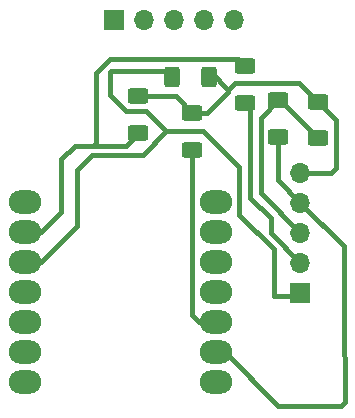
<source format=gbr>
%TF.GenerationSoftware,KiCad,Pcbnew,8.0.3*%
%TF.CreationDate,2024-10-16T01:25:11-04:00*%
%TF.ProjectId,puzzle-piece-controller,70757a7a-6c65-42d7-9069-6563652d636f,rev?*%
%TF.SameCoordinates,Original*%
%TF.FileFunction,Copper,L2,Bot*%
%TF.FilePolarity,Positive*%
%FSLAX46Y46*%
G04 Gerber Fmt 4.6, Leading zero omitted, Abs format (unit mm)*
G04 Created by KiCad (PCBNEW 8.0.3) date 2024-10-16 01:25:11*
%MOMM*%
%LPD*%
G01*
G04 APERTURE LIST*
G04 Aperture macros list*
%AMRoundRect*
0 Rectangle with rounded corners*
0 $1 Rounding radius*
0 $2 $3 $4 $5 $6 $7 $8 $9 X,Y pos of 4 corners*
0 Add a 4 corners polygon primitive as box body*
4,1,4,$2,$3,$4,$5,$6,$7,$8,$9,$2,$3,0*
0 Add four circle primitives for the rounded corners*
1,1,$1+$1,$2,$3*
1,1,$1+$1,$4,$5*
1,1,$1+$1,$6,$7*
1,1,$1+$1,$8,$9*
0 Add four rect primitives between the rounded corners*
20,1,$1+$1,$2,$3,$4,$5,0*
20,1,$1+$1,$4,$5,$6,$7,0*
20,1,$1+$1,$6,$7,$8,$9,0*
20,1,$1+$1,$8,$9,$2,$3,0*%
G04 Aperture macros list end*
%TA.AperFunction,SMDPad,CuDef*%
%ADD10RoundRect,0.250000X-0.625000X0.400000X-0.625000X-0.400000X0.625000X-0.400000X0.625000X0.400000X0*%
%TD*%
%TA.AperFunction,ComponentPad*%
%ADD11O,1.700000X1.700000*%
%TD*%
%TA.AperFunction,ComponentPad*%
%ADD12R,1.700000X1.700000*%
%TD*%
%TA.AperFunction,SMDPad,CuDef*%
%ADD13RoundRect,1.000000X-0.375000X-0.000010X0.375000X-0.000010X0.375000X0.000010X-0.375000X0.000010X0*%
%TD*%
%TA.AperFunction,SMDPad,CuDef*%
%ADD14RoundRect,0.250000X0.400000X0.625000X-0.400000X0.625000X-0.400000X-0.625000X0.400000X-0.625000X0*%
%TD*%
%TA.AperFunction,Conductor*%
%ADD15C,0.406400*%
%TD*%
G04 APERTURE END LIST*
D10*
%TO.P,R2,1*%
%TO.N,+3.3V*%
X220000000Y-78720000D03*
%TO.P,R2,2*%
%TO.N,H_SCL*%
X220000000Y-81820000D03*
%TD*%
D11*
%TO.P,J2,5,Pin_5*%
%TO.N,+3.3V*%
X228120000Y-72250000D03*
%TO.P,J2,4,Pin_4*%
%TO.N,GND*%
X225580000Y-72250000D03*
%TO.P,J2,3,Pin_3*%
%TO.N,ANALOG*%
X223040000Y-72250000D03*
%TO.P,J2,2,Pin_2*%
%TO.N,H_SCL*%
X220500000Y-72250000D03*
D12*
%TO.P,J2,1,Pin_1*%
%TO.N,H_SDA*%
X217960000Y-72250000D03*
%TD*%
%TO.P,J1,1,Pin_1*%
%TO.N,H_SDA*%
X233750000Y-95325000D03*
D11*
%TO.P,J1,2,Pin_2*%
%TO.N,H_SCL*%
X233750000Y-92785000D03*
%TO.P,J1,3,Pin_3*%
%TO.N,ANALOG*%
X233750000Y-90245000D03*
%TO.P,J1,4,Pin_4*%
%TO.N,GND*%
X233750000Y-87705000D03*
%TO.P,J1,5,Pin_5*%
%TO.N,+3.3V*%
X233750000Y-85165000D03*
%TD*%
D10*
%TO.P,R3,1*%
%TO.N,+3.3V*%
X235240000Y-79170000D03*
%TO.P,R3,2*%
%TO.N,ANALOG*%
X235240000Y-82270000D03*
%TD*%
D13*
%TO.P,U1,1,PA02_A0_D0*%
%TO.N,unconnected-(U1-PA02_A0_D0-Pad1)*%
X210405000Y-102900000D03*
%TO.P,U1,2,PA4_A1_D1*%
%TO.N,unconnected-(U1-PA4_A1_D1-Pad2)*%
X210405000Y-100360000D03*
%TO.P,U1,3,PA10_A2_D2*%
%TO.N,unconnected-(U1-PA10_A2_D2-Pad3)*%
X210405000Y-97820000D03*
%TO.P,U1,4,PA11_A3_D3*%
%TO.N,unconnected-(U1-PA11_A3_D3-Pad4)*%
X210405000Y-95280000D03*
%TO.P,U1,5,PA8_A4_D4_SDA*%
%TO.N,H_SDA*%
X210405000Y-92740000D03*
%TO.P,U1,6,PA9_A5_D5_SCL*%
%TO.N,H_SCL*%
X210405000Y-90200000D03*
%TO.P,U1,7,PB08_A6_D6_TX*%
%TO.N,unconnected-(U1-PB08_A6_D6_TX-Pad7)*%
X210405000Y-87660000D03*
%TO.P,U1,8,PB09_A7_D7_RX*%
%TO.N,unconnected-(U1-PB09_A7_D7_RX-Pad8)*%
X226570000Y-87660000D03*
%TO.P,U1,9,PA7_A8_D8_SCK*%
%TO.N,unconnected-(U1-PA7_A8_D8_SCK-Pad9)*%
X226570000Y-90200000D03*
%TO.P,U1,10,PA5_A9_D9_MISO*%
%TO.N,unconnected-(U1-PA5_A9_D9_MISO-Pad10)*%
X226570000Y-92740000D03*
%TO.P,U1,11,PA6_A10_D10_MOSI*%
%TO.N,unconnected-(U1-PA6_A10_D10_MOSI-Pad11)*%
X226570000Y-95280000D03*
%TO.P,U1,12,3V3*%
%TO.N,+3.3V*%
X226570000Y-97820000D03*
%TO.P,U1,13,GND*%
%TO.N,GND*%
X226570000Y-100360000D03*
%TO.P,U1,14,5V*%
%TO.N,unconnected-(U1-5V-Pad14)*%
X226570000Y-102900000D03*
%TD*%
D10*
%TO.P,R7,1*%
%TO.N,+3.3V*%
X224580000Y-80110000D03*
%TO.P,R7,2*%
X224580000Y-83210000D03*
%TD*%
%TO.P,R5,1*%
%TO.N,H_SCL*%
X229070000Y-76130000D03*
%TO.P,R5,2*%
X229070000Y-79230000D03*
%TD*%
%TO.P,R4,1*%
%TO.N,ANALOG*%
X231870000Y-79040000D03*
%TO.P,R4,2*%
%TO.N,GND*%
X231870000Y-82140000D03*
%TD*%
D14*
%TO.P,R1,1*%
%TO.N,+3.3V*%
X226000000Y-77040000D03*
%TO.P,R1,2*%
%TO.N,H_SDA*%
X222900000Y-77040000D03*
%TD*%
D15*
%TO.N,+3.3V*%
X235240000Y-79170000D02*
X236750000Y-80680000D01*
X236335000Y-85165000D02*
X233750000Y-85165000D01*
X236750000Y-80680000D02*
X236750000Y-84750000D01*
X236750000Y-84750000D02*
X236335000Y-85165000D01*
%TO.N,H_SCL*%
X233750000Y-92785000D02*
X231220000Y-90255000D01*
X231220000Y-90255000D02*
X231220000Y-89040000D01*
X216450000Y-76690527D02*
X216450000Y-82646644D01*
X220000000Y-75555400D02*
X217585127Y-75555400D01*
X213470000Y-88510000D02*
X213470000Y-84051514D01*
X229070000Y-76130000D02*
X228495400Y-75555400D01*
X210405000Y-90200000D02*
X211780000Y-90200000D01*
X213470000Y-84051514D02*
X214644870Y-82876644D01*
X218943356Y-82876644D02*
X220000000Y-81820000D01*
X229490000Y-79650000D02*
X229070000Y-79230000D01*
X216220000Y-82876644D02*
X218943356Y-82876644D01*
X214644870Y-82876644D02*
X216220000Y-82876644D01*
X211780000Y-90200000D02*
X213470000Y-88510000D01*
X216450000Y-82646644D02*
X216220000Y-82876644D01*
X231220000Y-89040000D02*
X229490000Y-87310000D01*
X229490000Y-87310000D02*
X229490000Y-79650000D01*
X217585127Y-75555400D02*
X216450000Y-76690527D01*
%TO.N,GND*%
X237459704Y-100504180D02*
X237440000Y-100386100D01*
X231874027Y-104890000D02*
X232070000Y-104890000D01*
X226570000Y-100360000D02*
X227344027Y-100360000D01*
X231870000Y-85825000D02*
X233750000Y-87705000D01*
X237440000Y-91395000D02*
X233750000Y-87705000D01*
X237483750Y-100940000D02*
X237459704Y-100504180D01*
X237204145Y-104895855D02*
X237483750Y-104616250D01*
X231870000Y-82140000D02*
X231870000Y-85825000D01*
X232070000Y-104890000D02*
X232075855Y-104895855D01*
X232075855Y-104895855D02*
X237204145Y-104895855D01*
X227344027Y-100360000D02*
X231874027Y-104890000D01*
X237440000Y-100386100D02*
X237440000Y-91395000D01*
X237483750Y-104616250D02*
X237483750Y-100940000D01*
%TO.N,ANALOG*%
X231870000Y-79040000D02*
X232010000Y-79040000D01*
X232010000Y-79040000D02*
X235240000Y-82270000D01*
X230385400Y-86880400D02*
X230385400Y-80524600D01*
X230385400Y-80524600D02*
X231870000Y-79040000D01*
X233750000Y-90245000D02*
X230385400Y-86880400D01*
%TO.N,H_SDA*%
X219012016Y-79979600D02*
X220687184Y-79979600D01*
X228554600Y-88739073D02*
X231480000Y-91664473D01*
X233489600Y-95585400D02*
X233750000Y-95325000D01*
X217650000Y-78617584D02*
X219012016Y-79979600D01*
X216080556Y-83689444D02*
X220378140Y-83689444D01*
X223080000Y-76600000D02*
X217690000Y-76600000D01*
X217650000Y-76640000D02*
X217650000Y-78617584D01*
X210405000Y-92740000D02*
X211780000Y-92740000D01*
X214820000Y-84950000D02*
X216080556Y-83689444D01*
X228554600Y-84724600D02*
X228554600Y-88739073D01*
X220378140Y-83689444D02*
X222387584Y-81680000D01*
X231480000Y-95585400D02*
X233489600Y-95585400D01*
X214820000Y-89700000D02*
X214820000Y-84950000D01*
X225510000Y-81680000D02*
X228554600Y-84724600D01*
X211780000Y-92740000D02*
X214820000Y-89700000D01*
X231480000Y-91664473D02*
X231480000Y-95585400D01*
X220687184Y-79979600D02*
X222387584Y-81680000D01*
X217690000Y-76600000D02*
X217650000Y-76640000D01*
X222387584Y-81680000D02*
X225510000Y-81680000D01*
%TO.N,+3.3V*%
X223190000Y-78720000D02*
X224580000Y-80110000D01*
X224580000Y-80110000D02*
X225860000Y-80110000D01*
X225860000Y-80110000D02*
X227655000Y-78315000D01*
X226570000Y-97820000D02*
X225195000Y-97820000D01*
X233660000Y-77590000D02*
X233660000Y-77560000D01*
X227655000Y-78315000D02*
X227655000Y-78145000D01*
X224580000Y-97205000D02*
X224580000Y-83210000D01*
X226180000Y-76600000D02*
X226180000Y-76670000D01*
X233660000Y-77560000D02*
X228240000Y-77560000D01*
X220000000Y-78720000D02*
X223190000Y-78720000D01*
X228240000Y-77560000D02*
X227655000Y-78145000D01*
X226180000Y-76670000D02*
X227655000Y-78145000D01*
X225195000Y-97820000D02*
X224580000Y-97205000D01*
X235240000Y-79170000D02*
X233660000Y-77590000D01*
%TO.N,H_SCL*%
X228495400Y-75555400D02*
X220000000Y-75555400D01*
%TD*%
M02*

</source>
